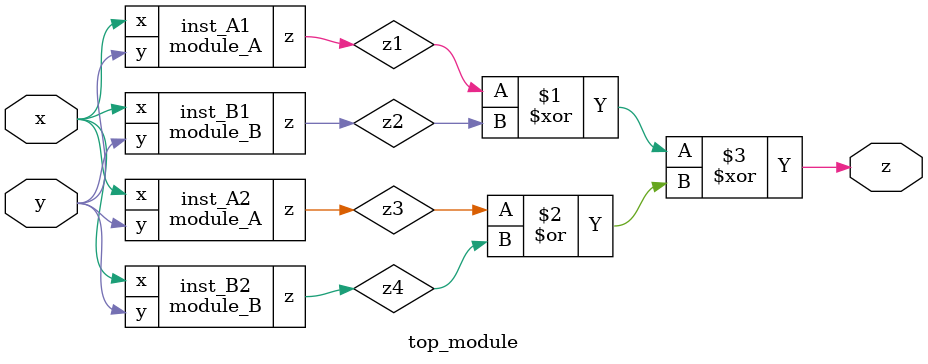
<source format=sv>
module module_A(
    input x,
    input y,
    output z
);

assign z = (x ^ y) & x;

endmodule
module module_B(
    input x,
    input y,
    output z
);

assign z = (x & ~y) | (~x & y);

endmodule
module top_module(
    input x,
    input y,
    output z
);

wire z1, z2, z3, z4;

module_A inst_A1(
    .x(x),
    .y(y),
    .z(z1)
);

module_B inst_B1(
    .x(x),
    .y(y),
    .z(z2)
);

module_A inst_A2(
    .x(x),
    .y(y),
    .z(z3)
);

module_B inst_B2(
    .x(x),
    .y(y),
    .z(z4)
);

assign z = (z1 ^ z2) ^ (z3 | z4);

endmodule

</source>
